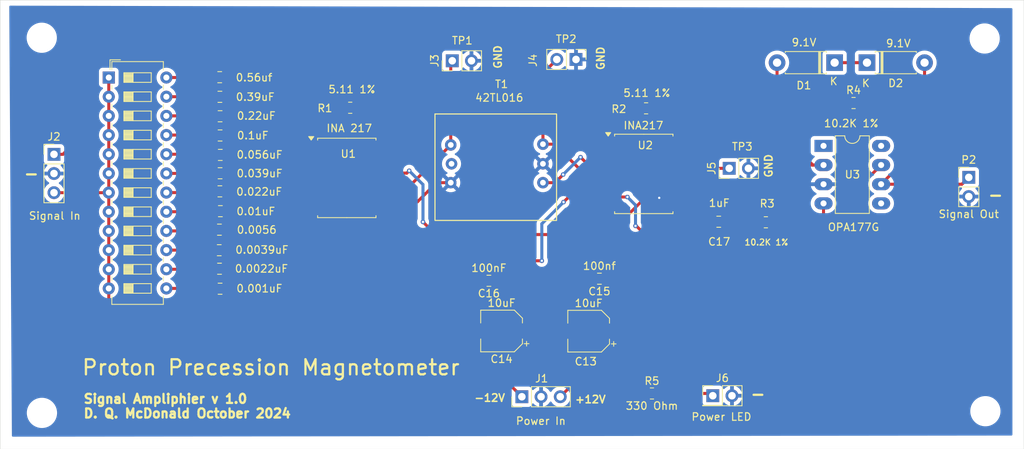
<source format=kicad_pcb>
(kicad_pcb (version 20240108) (generator "pcbnew") (generator_version "8.0")
  (title_block (title "PPM Aplifier") (date "2024-10-17") (rev "1.0") (company "D. Q. McDonald"))
  (layers (0 "F.Cu" signal) (31 "B.Cu" signal) (34 "B.Paste" user) (35 "F.Paste" user) (36 "B.SilkS" user "B.Silkscreen") (37 "F.SilkS" user "F.Silkscreen") (38 "B.Mask" user) (39 "F.Mask" user) (44 "Edge.Cuts" user))
  (net 0 "")
  (net 1 "+12V")
  (net 2 "GND")
  (net 3 "-12V")
  (net 4 "Net-(J2-Pin_1)")
  (net 5 "Net-(C1-Pad1)")
  (net 6 "Net-(C2-Pad1)")
  (net 7 "Net-(C3-Pad1)")
  (net 8 "Net-(C4-Pad1)")
  (net 9 "Net-(C5-Pad1)")
  (net 10 "Net-(C6-Pad1)")
  (net 11 "Net-(C7-Pad1)")
  (net 12 "Net-(C8-Pad1)")
  (net 13 "Net-(C9-Pad1)")
  (net 14 "Net-(C10-Pad1)")
  (net 15 "Net-(C11-Pad1)")
  (net 16 "Net-(C12-Pad1)")
  (net 17 "Net-(J5-Pin_1)")
  (net 18 "Net-(C17-Pad2)")
  (net 19 "Net-(D1-A)")
  (net 20 "Net-(D1-K)")
  (net 21 "Net-(D2-A)")
  (net 22 "Net-(J2-Pin_3)")
  (net 23 "Net-(J3-Pin_1)")
  (net 24 "Net-(J4-Pin_2)")
  (net 25 "Net-(U1-RG1)")
  (net 26 "Net-(U1-RG2)")
  (net 27 "Net-(U2-RG2)")
  (net 28 "Net-(U2-RG1)")
  (net 30 "Net-(T1-6)")
  (net 50 "Net-(J6-Pin_1)")
  (footprint "Diode_THT:D_DO-41_SOD81_P7.62mm_Horizontal" (layer "F.Cu") (at 135.625 27.35 180)
    (property "Reference" "D1" (at 4.075 -3.025 0) (layer "F.SilkS"))
    (property "Value" "9.1V" (at 4.05 2.675 0) (layer "F.SilkS"))
    (fp_text user "K" (at 0.125 -2.475 0) (layer "F.SilkS"))
    (pad "1" thru_hole rect (at 0 0 180) (size 2.2 2.2) (drill 1.1) (layers "*.Cu" "*.Mask") (net 20 "Net-(D1-K)"))
    (pad "2" thru_hole oval (at 7.62 0 180) (size 2.2 2.2) (drill 1.1) (layers "*.Cu" "*.Mask") (net 19 "Net-(D1-A)"))
  )
  (footprint "Button_Switch_THT:SW_DIP_SPSTx12_Slide_6.7x32.04mm_W7.62mm_P2.54mm_LowProfile" (layer "F.Cu") (at 39.57 29.3225)
    (property "Reference" "SW1" (hide yes))
    (property "Value" "SW_DIP_x12" (hide yes))
    (pad "1" thru_hole rect (at 0 0) (size 1.6 1.6) (drill 0.8) (layers "*.Cu" "*.Mask") (net 22 "Net-(J2-Pin_3)"))
    (pad "2" thru_hole oval (at 0 2.54) (size 1.6 1.6) (drill 0.8) (layers "*.Cu" "*.Mask") (net 22 "Net-(J2-Pin_3)"))
    (pad "3" thru_hole oval (at 0 5.08) (size 1.6 1.6) (drill 0.8) (layers "*.Cu" "*.Mask") (net 22 "Net-(J2-Pin_3)"))
    (pad "4" thru_hole oval (at 0 7.62) (size 1.6 1.6) (drill 0.8) (layers "*.Cu" "*.Mask") (net 22 "Net-(J2-Pin_3)"))
    (pad "5" thru_hole oval (at 0 10.16) (size 1.6 1.6) (drill 0.8) (layers "*.Cu" "*.Mask") (net 22 "Net-(J2-Pin_3)"))
    (pad "6" thru_hole oval (at 0 12.7) (size 1.6 1.6) (drill 0.8) (layers "*.Cu" "*.Mask") (net 22 "Net-(J2-Pin_3)"))
    (pad "7" thru_hole oval (at 0 15.24) (size 1.6 1.6) (drill 0.8) (layers "*.Cu" "*.Mask") (net 22 "Net-(J2-Pin_3)"))
    (pad "8" thru_hole oval (at 0 17.78) (size 1.6 1.6) (drill 0.8) (layers "*.Cu" "*.Mask") (net 22 "Net-(J2-Pin_3)"))
    (pad "9" thru_hole oval (at 0 20.32) (size 1.6 1.6) (drill 0.8) (layers "*.Cu" "*.Mask") (net 22 "Net-(J2-Pin_3)"))
    (pad "10" thru_hole oval (at 0 22.86) (size 1.6 1.6) (drill 0.8) (layers "*.Cu" "*.Mask") (net 22 "Net-(J2-Pin_3)"))
    (pad "11" thru_hole oval (at 0 25.4) (size 1.6 1.6) (drill 0.8) (layers "*.Cu" "*.Mask") (net 22 "Net-(J2-Pin_3)"))
    (pad "12" thru_hole oval (at 0 27.94) (size 1.6 1.6) (drill 0.8) (layers "*.Cu" "*.Mask") (net 22 "Net-(J2-Pin_3)"))
    (pad "13" thru_hole oval (at 7.62 27.94) (size 1.6 1.6) (drill 0.8) (layers "*.Cu" "*.Mask") (net 16 "Net-(C12-Pad1)"))
    (pad "14" thru_hole oval (at 7.62 25.4) (size 1.6 1.6) (drill 0.8) (layers "*.Cu" "*.Mask") (net 15 "Net-(C11-Pad1)"))
    (pad "15" thru_hole oval (at 7.62 22.86) (size 1.6 1.6) (drill 0.8) (layers "*.Cu" "*.Mask") (net 14 "Net-(C10-Pad1)"))
    (pad "16" thru_hole oval (at 7.62 20.32) (size 1.6 1.6) (drill 0.8) (layers "*.Cu" "*.Mask") (net 13 "Net-(C9-Pad1)"))
    (pad "17" thru_hole oval (at 7.62 17.78) (size 1.6 1.6) (drill 0.8) (layers "*.Cu" "*.Mask") (net 12 "Net-(C8-Pad1)"))
    (pad "18" thru_hole oval (at 7.62 15.24) (size 1.6 1.6) (drill 0.8) (layers "*.Cu" "*.Mask") (net 11 "Net-(C7-Pad1)"))
    (pad "19" thru_hole oval (at 7.62 12.7) (size 1.6 1.6) (drill 0.8) (layers "*.Cu" "*.Mask") (net 10 "Net-(C6-Pad1)"))
    (pad "20" thru_hole oval (at 7.62 10.16) (size 1.6 1.6) (drill 0.8) (layers "*.Cu" "*.Mask") (net 9 "Net-(C5-Pad1)"))
    (pad "21" thru_hole oval (at 7.62 7.62) (size 1.6 1.6) (drill 0.8) (layers "*.Cu" "*.Mask") (net 8 "Net-(C4-Pad1)"))
    (pad "22" thru_hole oval (at 7.62 5.08) (size 1.6 1.6) (drill 0.8) (layers "*.Cu" "*.Mask") (net 7 "Net-(C3-Pad1)"))
    (pad "23" thru_hole oval (at 7.62 2.54) (size 1.6 1.6) (drill 0.8) (layers "*.Cu" "*.Mask") (net 6 "Net-(C2-Pad1)"))
    (pad "24" thru_hole oval (at 7.62 0) (size 1.6 1.6) (drill 0.8) (layers "*.Cu" "*.Mask") (net 5 "Net-(C1-Pad1)"))
  )
  (footprint "Capacitor_SMD:C_0805_2012Metric_Pad1.18x1.45mm_HandSolder" (layer "F.Cu") (at 54.3 57.3)
    (property "Reference" "C12" (hide yes))
    (property "Value" "0.001uF" (at 5.2 -0.025 0) (layer "F.SilkS"))
    (pad "1" smd roundrect (at -1.0375 0) (size 1.175 1.45) (layers "F.Cu" "F.Paste" "F.Mask") (roundrect_rratio 0.212766) (net 16 "Net-(C12-Pad1)"))
    (pad "2" smd roundrect (at 1.0375 0) (size 1.175 1.45) (layers "F.Cu" "F.Paste" "F.Mask") (roundrect_rratio 0.212766) (net 4 "Net-(J2-Pin_1)"))
  )
  (footprint "Capacitor_SMD:C_0805_2012Metric_Pad1.18x1.45mm_HandSolder" (layer "F.Cu") (at 54.3 37)
    (property "Reference" "C4" (hide yes))
    (property "Value" "0.1uF" (at 4.325 0 0) (layer "F.SilkS"))
    (pad "1" smd roundrect (at -1.0375 0) (size 1.175 1.45) (layers "F.Cu" "F.Paste" "F.Mask") (roundrect_rratio 0.212766) (net 8 "Net-(C4-Pad1)"))
    (pad "2" smd roundrect (at 1.0375 0) (size 1.175 1.45) (layers "F.Cu" "F.Paste" "F.Mask") (roundrect_rratio 0.212766) (net 4 "Net-(J2-Pin_1)"))
  )
  (footprint "Connector_PinHeader_2.54mm:PinHeader_1x03_P2.54mm_Vertical" (layer "F.Cu") (at 32.32 39.4975)
    (property "Reference" "J2" (at 0 -2.33 0) (layer "F.SilkS"))
    (property "Value" "Signal In" (at 0.1 8.15 0) (layer "F.SilkS"))
    (pad "1" thru_hole rect (at 0 0) (size 1.7 1.7) (drill 1) (layers "*.Cu" "*.Mask") (net 4 "Net-(J2-Pin_1)"))
    (pad "2" thru_hole oval (at 0 2.54) (size 1.7 1.7) (drill 1) (layers "*.Cu" "*.Mask") (net 2 "GND"))
    (pad "3" thru_hole oval (at 0 5.08) (size 1.7 1.7) (drill 1) (layers "*.Cu" "*.Mask") (net 22 "Net-(J2-Pin_3)"))
  )
  (footprint "Resistor_SMD:R_0805_2012Metric_Pad1.20x1.40mm_HandSolder" (layer "F.Cu") (at 71.52 33.3225)
    (property "Reference" "R1" (at -3.35 0.075 0) (layer "F.SilkS"))
    (property "Value" "5.11 1%" (at 0.225 -2.425 0) (layer "F.SilkS"))
    (pad "1" smd roundrect (at -1 0) (size 1.2 1.4) (layers "F.Cu" "F.Paste" "F.Mask") (roundrect_rratio 0.208333) (net 25 "Net-(U1-RG1)"))
    (pad "2" smd roundrect (at 1 0) (size 1.2 1.4) (layers "F.Cu" "F.Paste" "F.Mask") (roundrect_rratio 0.208333) (net 26 "Net-(U1-RG2)"))
  )
  (footprint "Capacitor_SMD:C_0805_2012Metric_Pad1.18x1.45mm_HandSolder" (layer "F.Cu") (at 89.8725 56.2475 180)
    (property "Reference" "C16" (at 0 -1.68 0) (layer "F.SilkS"))
    (property "Value" "100nF" (at 0 1.68 0) (layer "F.SilkS"))
    (pad "1" smd roundrect (at -1.0375 0 180) (size 1.175 1.45) (layers "F.Cu" "F.Paste" "F.Mask") (roundrect_rratio 0.212766) (net 2 "GND"))
    (pad "2" smd roundrect (at 1.0375 0 180) (size 1.175 1.45) (layers "F.Cu" "F.Paste" "F.Mask") (roundrect_rratio 0.212766) (net 3 "-12V"))
  )
  (footprint "Capacitor_SMD:C_0805_2012Metric_Pad1.18x1.45mm_HandSolder" (layer "F.Cu") (at 120.2875 48.425)
    (property "Reference" "C17" (at 0.0625 2.65 0) (layer "F.SilkS"))
    (property "Value" "1uF" (at 0.0625 -2.475 0) (layer "F.SilkS"))
    (pad "1" smd roundrect (at -1.0375 0) (size 1.175 1.45) (layers "F.Cu" "F.Paste" "F.Mask") (roundrect_rratio 0.212766) (net 17 "Net-(J5-Pin_1)"))
    (pad "2" smd roundrect (at 1.0375 0) (size 1.175 1.45) (layers "F.Cu" "F.Paste" "F.Mask") (roundrect_rratio 0.212766) (net 18 "Net-(C17-Pad2)"))
  )
  (footprint "Connector_PinHeader_2.54mm:PinHeader_2x01_P2.54mm_Vertical" (layer "F.Cu") (at 119.5 71.475)
    (property "Reference" "J6" (at 1.27 -2.33 0) (layer "F.SilkS"))
    (property "Value" "Power LED" (at 1.15 2.8 0) (layer "F.SilkS"))
    (pad "1" thru_hole rect (at 0 0) (size 1.7 1.7) (drill 1) (layers "*.Cu" "*.Mask") (net 50 "Net-(J6-Pin_1)"))
    (pad "2" thru_hole oval (at 2.54 0) (size 1.7 1.7) (drill 1) (layers "*.Cu" "*.Mask") (net 2 "GND"))
  )
  (footprint "Diode_THT:D_DO-41_SOD81_P7.62mm_Horizontal" (layer "F.Cu") (at 139.905 27.35)
    (property "Reference" "D2" (at 3.8 2.725 0) (layer "F.SilkS"))
    (property "Value" "9.1V" (at 4.15 -2.55 0) (layer "F.SilkS"))
    (fp_text user "K" (at -0.15 2.725 0) (layer "F.SilkS"))
    (pad "1" thru_hole rect (at 0 0) (size 2.2 2.2) (drill 1.1) (layers "*.Cu" "*.Mask") (net 20 "Net-(D1-K)"))
    (pad "2" thru_hole oval (at 7.62 0) (size 2.2 2.2) (drill 1.1) (layers "*.Cu" "*.Mask") (net 21 "Net-(D2-A)"))
  )
  (footprint "MountingHole:MountingHole_3.5mm" (layer "F.Cu") (at 155.475 24.15)
    (property "Reference" "REF**" (hide yes))
    (property "Value" "MountingHole_3.5mm" (hide yes))
    (pad "" np_thru_hole circle (at 0 0) (size 3.5 3.5) (drill 3.5) (layers "F&B.Cu" "*.Mask"))
  )
  (footprint "Capacitor_SMD:C_0805_2012Metric_Pad1.18x1.45mm_HandSolder" (layer "F.Cu") (at 54.3 42)
    (property "Reference" "C6" (hide yes))
    (property "Value" "0.039uF" (at 5.225 0.025 0) (layer "F.SilkS"))
    (pad "1" smd roundrect (at -1.0375 0) (size 1.175 1.45) (layers "F.Cu" "F.Paste" "F.Mask") (roundrect_rratio 0.212766) (net 10 "Net-(C6-Pad1)"))
    (pad "2" smd roundrect (at 1.0375 0) (size 1.175 1.45) (layers "F.Cu" "F.Paste" "F.Mask") (roundrect_rratio 0.212766) (net 4 "Net-(J2-Pin_1)"))
  )
  (footprint "Capacitor_SMD:C_0805_2012Metric_Pad1.18x1.45mm_HandSolder" (layer "F.Cu") (at 54.25 29.275)
    (property "Reference" "C1" (hide yes))
    (property "Value" "0.56uf" (at 4.55 0.05 0) (layer "F.SilkS"))
    (pad "1" smd roundrect (at -1.0375 0) (size 1.175 1.45) (layers "F.Cu" "F.Paste" "F.Mask") (roundrect_rratio 0.212766) (net 5 "Net-(C1-Pad1)"))
    (pad "2" smd roundrect (at 1.0375 0) (size 1.175 1.45) (layers "F.Cu" "F.Paste" "F.Mask") (roundrect_rratio 0.212766) (net 4 "Net-(J2-Pin_1)"))
  )
  (footprint "Capacitor_SMD:C_0805_2012Metric_Pad1.18x1.45mm_HandSolder" (layer "F.Cu") (at 54.275 44.4)
    (property "Reference" "C7" (hide yes))
    (property "Value" "0.022uF" (at 5.2 0.05 0) (layer "F.SilkS"))
    (pad "1" smd roundrect (at -1.0375 0) (size 1.175 1.45) (layers "F.Cu" "F.Paste" "F.Mask") (roundrect_rratio 0.212766) (net 11 "Net-(C7-Pad1)"))
    (pad "2" smd roundrect (at 1.0375 0) (size 1.175 1.45) (layers "F.Cu" "F.Paste" "F.Mask") (roundrect_rratio 0.212766) (net 4 "Net-(J2-Pin_1)"))
  )
  (footprint "Capacitor_SMD:C_0805_2012Metric_Pad1.18x1.45mm_HandSolder" (layer "F.Cu") (at 54.2125 49.475)
    (property "Reference" "C9" (hide yes))
    (property "Value" "0.0056" (at 4.9375 0.025 0) (layer "F.SilkS"))
    (pad "1" smd roundrect (at -1.0375 0) (size 1.175 1.45) (layers "F.Cu" "F.Paste" "F.Mask") (roundrect_rratio 0.212766) (net 13 "Net-(C9-Pad1)"))
    (pad "2" smd roundrect (at 1.0375 0) (size 1.175 1.45) (layers "F.Cu" "F.Paste" "F.Mask") (roundrect_rratio 0.212766) (net 4 "Net-(J2-Pin_1)"))
  )
  (footprint "Capacitor_SMD:C_0805_2012Metric_Pad1.18x1.45mm_HandSolder" (layer "F.Cu") (at 54.325 39.575)
    (property "Reference" "C5" (hide yes))
    (property "Value" "0.056uF" (at 5.2 -0.025 0) (layer "F.SilkS"))
    (pad "1" smd roundrect (at -1.0375 0) (size 1.175 1.45) (layers "F.Cu" "F.Paste" "F.Mask") (roundrect_rratio 0.212766) (net 9 "Net-(C5-Pad1)"))
    (pad "2" smd roundrect (at 1.0375 0) (size 1.175 1.45) (layers "F.Cu" "F.Paste" "F.Mask") (roundrect_rratio 0.212766) (net 4 "Net-(J2-Pin_1)"))
  )
  (footprint "Capacitor_SMD:CP_Elec_5x3" (layer "F.Cu") (at 103.0725 62.9225 180)
    (property "Reference" "C13" (at 0.375 -4.025 0) (layer "F.SilkS"))
    (property "Value" "10uF" (at 0 3.7 0) (layer "F.SilkS"))
    (pad "1" smd roundrect (at -2.2 0 180) (size 3 1.6) (layers "F.Cu" "F.Paste" "F.Mask") (roundrect_rratio 0.15625) (net 1 "+12V"))
    (pad "2" smd roundrect (at 2.2 0 180) (size 3 1.6) (layers "F.Cu" "F.Paste" "F.Mask") (roundrect_rratio 0.15625) (net 2 "GND"))
  )
  (footprint "DQM_kicad_new:Transformer_42TL016" (layer "F.Cu") (at 84.825 38.25)
    (property "Reference" "T1" (at 6.725 -8.05 0) (layer "F.SilkS"))
    (property "Value" "42TL016" (at 6.425 -6.25 0) (layer "F.SilkS"))
    (pad "1" thru_hole circle (at 0 0) (size 1.524 1.524) (drill 0.762) (layers "*.Cu" "*.Mask") (net 23 "Net-(J3-Pin_1)"))
    (pad "2" thru_hole circle (at 0.1 2.5) (size 1.524 1.524) (drill 0.762) (layers "*.Cu" "*.Mask"))
    (pad "3" thru_hole circle (at 0 5) (size 1.524 1.524) (drill 0.762) (layers "*.Cu" "*.Mask") (net 2 "GND"))
    (pad "4" thru_hole circle (at 12.2 5) (size 1.524 1.524) (drill 0.762) (layers "*.Cu" "*.Mask") (net 30 "Net-(T1-6)"))
    (pad "5" thru_hole circle (at 12.2 2.5) (size 1.524 1.524) (drill 0.762) (layers "*.Cu" "*.Mask") (net 2 "GND"))
    (pad "6" thru_hole circle (at 12.2 -0.1) (size 1.524 1.524) (drill 0.762) (layers "*.Cu" "*.Mask") (net 24 "Net-(J4-Pin_2)"))
  )
  (footprint "Resistor_SMD:R_0805_2012Metric_Pad1.20x1.40mm_HandSolder" (layer "F.Cu") (at 111.45 71.175)
    (property "Reference" "R5" (at 0 -1.65 0) (layer "F.SilkS"))
    (property "Value" "330 Ohm" (at 0 1.65 0) (layer "F.SilkS"))
    (pad "1" smd roundrect (at -1 0) (size 1.2 1.4) (layers "F.Cu" "F.Paste" "F.Mask") (roundrect_rratio 0.208333) (net 1 "+12V"))
    (pad "2" smd roundrect (at 1 0) (size 1.2 1.4) (layers "F.Cu" "F.Paste" "F.Mask") (roundrect_rratio 0.208333) (net 50 "Net-(J6-Pin_1)"))
  )
  (footprint "Capacitor_SMD:C_0805_2012Metric_Pad1.18x1.45mm_HandSolder" (layer "F.Cu") (at 54.1875 52.2)
    (property "Reference" "C10" (hide yes))
    (property "Value" "0.0039uF" (at 5.65 -0.05 0) (layer "F.SilkS"))
    (pad "1" smd roundrect (at -1.0375 0) (size 1.175 1.45) (layers "F.Cu" "F.Paste" "F.Mask") (roundrect_rratio 0.212766) (net 14 "Net-(C10-Pad1)"))
    (pad "2" smd roundrect (at 1.0375 0) (size 1.175 1.45) (layers "F.Cu" "F.Paste" "F.Mask") (roundrect_rratio 0.212766) (net 4 "Net-(J2-Pin_1)"))
  )
  (footprint "Capacitor_SMD:CP_Elec_5x3" (layer "F.Cu") (at 91.5475 62.8975 180)
    (property "Reference" "C14" (at 0 -3.725 0) (layer "F.SilkS"))
    (property "Value" "10uF" (at 0 3.7 0) (layer "F.SilkS"))
    (pad "1" smd roundrect (at -2.2 0 180) (size 3 1.6) (layers "F.Cu" "F.Paste" "F.Mask") (roundrect_rratio 0.15625) (net 2 "GND"))
    (pad "2" smd roundrect (at 2.2 0 180) (size 3 1.6) (layers "F.Cu" "F.Paste" "F.Mask") (roundrect_rratio 0.15625) (net 3 "-12V"))
  )
  (footprint "MountingHole:MountingHole_3.5mm" (layer "F.Cu") (at 30.725 73.75)
    (property "Reference" "REF**" (hide yes))
    (property "Value" "MountingHole_3.5mm" (hide yes))
    (pad "" np_thru_hole circle (at 0 0) (size 3.5 3.5) (drill 3.5) (layers "F&B.Cu" "*.Mask"))
  )
  (footprint "Package_DIP:DIP-8_W7.62mm_LongPads" (layer "F.Cu") (at 134.155 38.375)
    (property "Reference" "U3" (at 3.825 3.8 0) (layer "F.SilkS"))
    (property "Value" "OPA177G" (at 3.97 10.775 0) (layer "F.SilkS"))
    (pad "1" thru_hole rect (at 0 0) (size 2.4 1.6) (drill 0.8) (layers "*.Cu" "*.Mask"))
    (pad "2" thru_hole oval (at 0 2.54) (size 2.4 1.6) (drill 0.8) (layers "*.Cu" "*.Mask") (net 19 "Net-(D1-A)"))
    (pad "3" thru_hole oval (at 0 5.08) (size 2.4 1.6) (drill 0.8) (layers "*.Cu" "*.Mask") (net 2 "GND"))
    (pad "4" thru_hole oval (at 0 7.62) (size 2.4 1.6) (drill 0.8) (layers "*.Cu" "*.Mask") (net 3 "-12V"))
    (pad "5" thru_hole oval (at 7.62 7.62) (size 2.4 1.6) (drill 0.8) (layers "*.Cu" "*.Mask"))
    (pad "6" thru_hole oval (at 7.62 5.08) (size 2.4 1.6) (drill 0.8) (layers "*.Cu" "*.Mask") (net 21 "Net-(D2-A)"))
    (pad "7" thru_hole oval (at 7.62 2.54) (size 2.4 1.6) (drill 0.8) (layers "*.Cu" "*.Mask") (net 1 "+12V"))
    (pad "8" thru_hole oval (at 7.62 0) (size 2.4 1.6) (drill 0.8) (layers "*.Cu" "*.Mask"))
  )
  (footprint "Capacitor_SMD:C_0805_2012Metric_Pad1.18x1.45mm_HandSolder" (layer "F.Cu") (at 54.225 54.65)
    (property "Reference" "C11" (hide yes))
    (property "Value" "0.0022uF" (at 5.55 0 0) (layer "F.SilkS"))
    (pad "1" smd roundrect (at -1.0375 0) (size 1.175 1.45) (layers "F.Cu" "F.Paste" "F.Mask") (roundrect_rratio 0.212766) (net 15 "Net-(C11-Pad1)"))
    (pad "2" smd roundrect (at 1.0375 0) (size 1.175 1.45) (layers "F.Cu" "F.Paste" "F.Mask") (roundrect_rratio 0.212766) (net 4 "Net-(J2-Pin_1)"))
  )
  (footprint "Package_SO:SOIC-16W_7.5x10.3mm_P1.27mm" (layer "F.Cu") (at 71.07 42.6175)
    (property "Reference" "U1" (at 0.2 -3.18 0) (layer "F.SilkS"))
    (property "Value" "~")
    (fp_text user "INA 217" (at 0.325 -6.57 0) (layer "F.SilkS"))
    (pad "1" smd roundrect (at -4.65 -4.445) (size 2.05 0.6) (layers "F.Cu" "F.Paste" "F.Mask"))
    (pad "2" smd roundrect (at -4.65 -3.175) (size 2.05 0.6) (layers "F.Cu" "F.Paste" "F.Mask") (net 25 "Net-(U1-RG1)"))
    (pad "3" smd roundrect (at -4.65 -1.905) (size 2.05 0.6) (layers "F.Cu" "F.Paste" "F.Mask"))
    (pad "4" smd roundrect (at -4.65 -0.635) (size 2.05 0.6) (layers "F.Cu" "F.Paste" "F.Mask") (net 4 "Net-(J2-Pin_1)"))
    (pad "5" smd roundrect (at -4.65 0.635) (size 2.05 0.6) (layers "F.Cu" "F.Paste" "F.Mask") (net 22 "Net-(J2-Pin_3)"))
    (pad "6" smd roundrect (at -4.65 1.905) (size 2.05 0.6) (layers "F.Cu" "F.Paste" "F.Mask"))
    (pad "7" smd roundrect (at -4.65 3.175) (size 2.05 0.6) (layers "F.Cu" "F.Paste" "F.Mask") (net 3 "-12V"))
    (pad "8" smd roundrect (at -4.65 4.445) (size 2.05 0.6) (layers "F.Cu" "F.Paste" "F.Mask"))
    (pad "9" smd roundrect (at 4.65 4.445) (size 2.05 0.6) (layers "F.Cu" "F.Paste" "F.Mask"))
    (pad "10" smd roundrect (at 4.65 3.175) (size 2.05 0.6) (layers "F.Cu" "F.Paste" "F.Mask") (net 2 "GND"))
    (pad "11" smd roundrect (at 4.65 1.905) (size 2.05 0.6) (layers "F.Cu" "F.Paste" "F.Mask") (net 23 "Net-(J3-Pin_1)"))
    (pad "12" smd roundrect (at 4.65 0.635) (size 2.05 0.6) (layers "F.Cu" "F.Paste" "F.Mask"))
    (pad "13" smd roundrect (at 4.65 -0.635) (size 2.05 0.6) (layers "F.Cu" "F.Paste" "F.Mask") (net 1 "+12V"))
    (pad "14" smd roundrect (at 4.65 -1.905) (size 2.05 0.6) (layers "F.Cu" "F.Paste" "F.Mask"))
    (pad "15" smd roundrect (at 4.65 -3.175) (size 2.05 0.6) (layers "F.Cu" "F.Paste" "F.Mask") (net 26 "Net-(U1-RG2)"))
    (pad "16" smd roundrect (at 4.65 -4.445) (size 2.05 0.6) (layers "F.Cu" "F.Paste" "F.Mask"))
  )
  (footprint "MountingHole:MountingHole_3.5mm" (layer "F.Cu") (at 30.7 24.05)
    (property "Reference" "REF**" (hide yes))
    (property "Value" "MountingHole_3.5mm" (hide yes))
    (pad "" np_thru_hole circle (at 0 0) (size 3.5 3.5) (drill 3.5) (layers "F&B.Cu" "*.Mask"))
  )
  (footprint "Connector_PinHeader_2.54mm:PinHeader_1x02_P2.54mm_Vertical" (layer "F.Cu") (at 101.4 26.925 -90)
    (property "Reference" "J4" (at 0.125 5.7 90) (layer "F.SilkS"))
    (property "Value" "TP2" (at -2.7 1.3 0) (layer "F.SilkS"))
    (pad "1" thru_hole rect (at 0 0 270) (size 1.7 1.7) (drill 1) (layers "*.Cu" "*.Mask") (net 2 "GND"))
    (pad "2" thru_hole oval (at 0 2.54 270) (size 1.7 1.7) (drill 1) (layers "*.Cu" "*.Mask") (net 24 "Net-(J4-Pin_2)"))
  )
  (footprint "Connector_PinHeader_2.54mm:PinHeader_1x02_P2.54mm_Vertical" (layer "F.Cu") (at 121.675 41.35 90)
    (property "Reference" "J5" (at 0 -2.33 90) (layer "F.SilkS"))
    (property "Value" "TP3" (at 2.875 1.725 180) (layer "F.SilkS"))
    (pad "1" thru_hole rect (at 0 0 90) (size 1.7 1.7) (drill 1) (layers "*.Cu" "*.Mask") (net 17 "Net-(J5-Pin_1)"))
    (pad "2" thru_hole oval (at 0 2.54 90) (size 1.7 1.7) (drill 1) (layers "*.Cu" "*.Mask") (net 2 "GND"))
  )
  (footprint "Connector_PinHeader_2.54mm:PinHeader_1x03_P2.54mm_Vertical" (layer "F.Cu") (at 94.235 71.61 90)
    (property "Reference" "J1" (at 2.41 2.615 180) (layer "F.SilkS"))
    (property "Value" "Power In" (at -3.215 2.515 180) (layer "F.SilkS"))
    (pad "1" thru_hole rect (at 0 0 90) (size 1.7 1.7) (drill 1) (layers "*.Cu" "*.Mask") (net 3 "-12V"))
    (pad "2" thru_hole oval (at 0 2.54 90) (size 1.7 1.7) (drill 1) (layers "*.Cu" "*.Mask") (net 2 "GND"))
    (pad "3" thru_hole oval (at 0 5.08 90) (size 1.7 1.7) (drill 1) (layers "*.Cu" "*.Mask") (net 1 "+12V"))
  )
  (footprint "Connector_PinHeader_2.54mm:PinHeader_1x02_P2.54mm_Vertical" (layer "F.Cu") (at 85.025 27.1 90)
    (property "Reference" "J3" (at 0 -2.33 90) (layer "F.SilkS"))
    (property "Value" "TP1" (at 2.675 1.325 180) (layer "F.SilkS"))
    (pad "1" thru_hole rect (at 0 0 90) (size 1.7 1.7) (drill 1) (layers "*.Cu" "*.Mask") (net 23 "Net-(J3-Pin_1)"))
    (pad "2" thru_hole oval (at 0 2.54 90) (size 1.7 1.7) (drill 1) (layers "*.Cu" "*.Mask") (net 2 "GND"))
  )
  (footprint "Capacitor_SMD:C_0805_2012Metric_Pad1.18x1.45mm_HandSolder" (layer "F.Cu") (at 104.4975 55.9725 180)
    (property "Reference" "C15" (at 0 -1.68 0) (layer "F.SilkS"))
    (property "Value" "100nf" (at 0 1.68 0) (layer "F.SilkS"))
    (pad "1" smd roundrect (at -1.0375 0 180) (size 1.175 1.45) (layers "F.Cu" "F.Paste" "F.Mask") (roundrect_rratio 0.212766) (net 1 "+12V"))
    (pad "2" smd roundrect (at 1.0375 0 180) (size 1.175 1.45) (layers "F.Cu" "F.Paste" "F.Mask") (roundrect_rratio 0.212766) (net 2 "GND"))
  )
  (footprint "Resistor_SMD:R_0805_2012Metric_Pad1.20x1.40mm_HandSolder" (layer "F.Cu") (at 110.675 33.4)
    (property "Reference" "R2" (at -3.6 0.1 0) (layer "F.SilkS"))
    (property "Value" "5.11 1%" (at 0.1 -2.025 0) (layer "F.SilkS"))
    (pad "1" smd roundrect (at -1 0) (size 1.2 1.4) (layers "F.Cu" "F.Paste" "F.Mask") (roundrect_rratio 0.208333) (net 28 "Net-(U2-RG1)"))
    (pad "2" smd roundrect (at 1 0) (size 1.2 1.4) (layers "F.Cu" "F.Paste" "F.Mask") (roundrect_rratio 0.208333) (net 27 "Net-(U2-RG2)"))
  )
  (footprint "Capacitor_SMD:C_0805_2012Metric_Pad1.18x1.45mm_HandSolder" (layer "F.Cu") (at 54.3 34.45)
    (property "Reference" "C3" (hide yes))
    (property "Value" "0.22uF" (at 4.7875 -0.05 0) (layer "F.SilkS"))
    (pad "1" smd roundrect (at -1.0375 0) (size 1.175 1.45) (layers "F.Cu" "F.Paste" "F.Mask") (roundrect_rratio 0.212766) (net 7 "Net-(C3-Pad1)"))
    (pad "2" smd roundrect (at 1.0375 0) (size 1.175 1.45) (layers "F.Cu" "F.Paste" "F.Mask") (roundrect_rratio 0.212766) (net 4 "Net-(J2-Pin_1)"))
  )
  (footprint "Resistor_SMD:R_0805_2012Metric_Pad1.20x1.40mm_HandSolder" (layer "F.Cu") (at 126.525 48.5)
    (property "Reference" "R3" (at 0.175 -2.475 0) (layer "F.SilkS"))
    (property "Value" "10.2K 1%" (at 0.075 2.65 0) (layer "F.SilkS") (effects (font (size 0.8 0.8))))
    (pad "1" smd roundrect (at -1 0) (size 1.2 1.4) (layers "F.Cu" "F.Paste" "F.Mask") (roundrect_rratio 0.208333) (net 18 "Net-(C17-Pad2)"))
    (pad "2" smd roundrect (at 1 0) (size 1.2 1.4) (layers "F.Cu" "F.Paste" "F.Mask") (roundrect_rratio 0.208333) (net 19 "Net-(D1-A)"))
  )
  (footprint "Package_SO:SOIC-16W_7.5x10.3mm_P1.27mm" (layer "F.Cu") (at 110.37 42.0875)
    (property "Reference" "U2" (at 0.2 -3.79 0) (layer "F.SilkS"))
    (property "Value" "~")
    (fp_text user "INA217" (at -0.045 -6.4125 0) (layer "F.SilkS"))
    (pad "1" smd roundrect (at -4.65 -4.445) (size 2.05 0.6) (layers "F.Cu" "F.Paste" "F.Mask"))
    (pad "2" smd roundrect (at -4.65 -3.175) (size 2.05 0.6) (layers "F.Cu" "F.Paste" "F.Mask") (net 28 "Net-(U2-RG1)"))
    (pad "3" smd roundrect (at -4.65 -1.905) (size 2.05 0.6) (layers "F.Cu" "F.Paste" "F.Mask"))
    (pad "4" smd roundrect (at -4.65 -0.635) (size 2.05 0.6) (layers "F.Cu" "F.Paste" "F.Mask") (net 30 "Net-(T1-6)"))
    (pad "5" smd roundrect (at -4.65 0.635) (size 2.05 0.6) (layers "F.Cu" "F.Paste" "F.Mask") (net 24 "Net-(J4-Pin_2)"))
    (pad "6" smd roundrect (at -4.65 1.905) (size 2.05 0.6) (layers "F.Cu" "F.Paste" "F.Mask"))
    (pad "7" smd roundrect (at -4.65 3.175) (size 2.05 0.6) (layers "F.Cu" "F.Paste" "F.Mask") (net 3 "-12V"))
    (pad "8" smd roundrect (at -4.65 4.445) (size 2.05 0.6) (layers "F.Cu" "F.Paste" "F.Mask"))
    (pad "9" smd roundrect (at 4.65 4.445) (size 2.05 0.6) (layers "F.Cu" "F.Paste" "F.Mask"))
    (pad "10" smd roundrect (at 4.65 3.175) (size 2.05 0.6) (layers "F.Cu" "F.Paste" "F.Mask") (net 2 "GND"))
    (pad "11" smd roundrect (at 4.65 1.905) (size 2.05 0.6) (layers "F.Cu" "F.Paste" "F.Mask") (net 17 "Net-(J5-Pin_1)"))
    (pad "12" smd roundrect (at 4.65 0.635) (size 2.05 0.6) (layers "F.Cu" "F.Paste" "F.Mask"))
    (pad "13" smd roundrect (at 4.65 -0.635) (size 2.05 0.6) (layers "F.Cu" "F.Paste" "F.Mask") (net 1 "+12V"))
    (pad "14" smd roundrect (at 4.65 -1.905) (size 2.05 0.6) (layers "F.Cu" "F.Paste" "F.Mask"))
    (pad "15" smd roundrect (at 4.65 -3.175) (size 2.05 0.6) (layers "F.Cu" "F.Paste" "F.Mask") (net 27 "Net-(U2-RG2)"))
    (pad "16" smd roundrect (at 4.65 -4.445) (size 2.05 0.6) (layers "F.Cu" "F.Paste" "F.Mask"))
  )
  (footprint "Capacitor_SMD:C_0805_2012Metric_Pad1.18x1.45mm_HandSolder" (layer "F.Cu") (at 54.275 31.875)
    (property "Reference" "C2" (hide yes))
    (property "Value" "0.39uF" (at 4.675 0.025 0) (layer "F.SilkS"))
    (pad "1" smd roundrect (at -1.0375 0) (size 1.175 1.45) (layers "F.Cu" "F.Paste" "F.Mask") (roundrect_rratio 0.212766) (net 6 "Net-(C2-Pad1)"))
    (pad "2" smd roundrect (at 1.0375 0) (size 1.175 1.45) (layers "F.Cu" "F.Paste" "F.Mask") (roundrect_rratio 0.212766) (net 4 "Net-(J2-Pin_1)"))
  )
  (footprint "Resistor_SMD:R_0805_2012Metric_Pad1.20x1.40mm_HandSolder" (layer "F.Cu") (at 138.13 32.7)
    (property "Reference" "R4" (at 0 -1.7 0) (layer "F.SilkS"))
    (property "Value" "10.2K 1%" (at -0.305 2.7 0) (layer "F.SilkS"))
    (pad "1" smd roundrect (at -1 0) (size 1.2 1.4) (layers "F.Cu" "F.Paste" "F.Mask") (roundrect_rratio 0.208333) (net 19 "Net-(D1-A)"))
    (pad "2" smd roundrect (at 1 0) (size 1.2 1.4) (layers "F.Cu" "F.Paste" "F.Mask") (roundrect_rratio 0.208333) (net 21 "Net-(D2-A)"))
  )
  (footprint "Capacitor_SMD:C_0805_2012Metric_Pad1.18x1.45mm_HandSolder" (layer "F.Cu") (at 54.3375 47.025)
    (property "Reference" "C8" (hide yes))
    (property "Value" "0.01uF" (at 4.6875 0.025 0) (layer "F.SilkS"))
    (pad "1" smd roundrect (at -1.0375 0) (size 1.175 1.45) (layers "F.Cu" "F.Paste" "F.Mask") (roundrect_rratio 0.212766) (net 12 "Net-(C8-Pad1)"))
    (pad "2" smd roundrect (at 1.0375 0) (size 1.175 1.45) (layers "F.Cu" "F.Paste" "F.Mask") (roundrect_rratio 0.212766) (net 4 "Net-(J2-Pin_1)"))
  )
  (footprint "Connector_PinHeader_2.54mm:PinHeader_1x02_P2.54mm_Vertical" (layer "F.Cu") (at 153.375 42.55)
    (property "Reference" "P2" (at 0 -2.33 0) (layer "F.SilkS"))
    (property "Value" "Signal Out" (at 0 4.87 0) (layer "F.SilkS"))
    (pad "1" thru_hole rect (at 0 0) (size 1.7 1.7) (drill 1) (layers "*.Cu" "*.Mask") (net 21 "Net-(D2-A)"))
    (pad "2" thru_hole oval (at 0 2.54) (size 1.7 1.7) (drill 1) (layers "*.Cu" "*.Mask") (net 2 "GND"))
  )
  (footprint "MountingHole:MountingHole_3.5mm" (layer "F.Cu") (at 155.575 73.525)
    (property "Reference" "REF**" (hide yes))
    (property "Value" "MountingHole_3.5mm" (hide yes))
    (pad "" np_thru_hole circle (at 0 0) (size 3.5 3.5) (drill 3.5) (layers "F&B.Cu" "*.Mask"))
  )
  (gr_line (start 114.3 41.5) (end 114.95 41.325) (stroke (width 0.2)) (layer "F.Cu") (net 1))
  (gr_rect (start 25.2 19.075) (end 160.675 78.55) (stroke (width 0.05)) (fill none) (layer "Edge.Cuts"))
  (gr_text "Proton Precession Magnetometer" (at 35.875 68.9 0) (layer "F.SilkS") (effects (font (size 2 2) (thickness 0.3) (bold yes)) (justify left bottom)))
  (gr_text "-" (at 155.8 45.75 0) (layer "F.SilkS") (effects (font (size 1.5 1.5) (thickness 0.3) (bold yes)) (justify left bottom)))
  (gr_text "GND" (at 91.65 28.25 90) (layer "F.SilkS") (effects (font (size 1 1) (thickness 0.2) (bold yes)) (justify left bottom)))
  (gr_text "GND" (at 127.475 42.675 90) (layer "F.SilkS") (effects (font (size 1 1) (thickness 0.2) (bold yes)) (justify left bottom)))
  (gr_text "+12V" (at 101.175 72.55 0) (layer "F.SilkS") (effects (font (size 1 1) (thickness 0.2) (bold yes)) (justify left bottom)))
  (gr_text "-12V" (at 87.85 72.35 0) (layer "F.SilkS") (effects (font (size 1 1) (thickness 0.2) (bold yes)) (justify left bottom)))
  (gr_text "-" (at 124.35 72.125 0) (layer "F.SilkS") (effects (font (size 1.5 1.5) (thickness 0.3) (bold yes)) (justify left bottom)))
  (gr_text "-" (at 28.2 42.925 0) (layer "F.SilkS") (effects (font (size 1.5 1.5) (thickness 0.3) (bold yes)) (justify left bottom)))
  (gr_text "Signal Ampliphier v 1.0\nD. Q. McDonald October 2024" (at 36.1 74.525 0) (layer "F.SilkS") (effects (font (size 1.2 1.2) (thickness 0.3) (bold yes)) (justify left bottom)))
  (gr_text "GND" (at 105.25 28.425 90) (layer "F.SilkS") (effects (font (size 1 1) (thickness 0.2) (bold yes)) (justify left bottom)))
  (segment (start 134.6 55.375) (end 138.625 51.35) (width 0.4) (layer "F.Cu") (net 1))
  (segment (start 99.88125 50.31875) (end 105.475356 50.31875) (width 0.4) (layer "F.Cu") (net 1))
  (segment (start 103.1025 65.0925) (end 105.2725 62.9225) (width 0.4) (layer "F.Cu") (net 1))
  (segment (start 82.625 50.125) (end 82.625 49.925) (width 0.4) (layer "F.Cu") (net 1))
  (segment (start 114.294106 41.5) (end 105.475356 50.31875) (width 0.4) (layer "F.Cu") (net 1))
  (segment (start 105.2725 56.235) (end 105.535 55.9725) (width 0.4) (layer "F.Cu") (net 1))
  (segment (start 103.1025 67.8225) (end 103.1025 67.475) (width 0.4) (layer "F.Cu") (net 1))
  (segment (start 105.535 55.9725) (end 101.3375 51.775) (width 0.4) (layer "F.Cu") (net 1))
  (segment (start 79.0175 41.9825) (end 79.325 41.675) (width 0.4) (layer "F.Cu") (net 1))
  (segment (start 105.475356 50.31875) (end 110.531606 55.375) (width 0.4) (layer "F.Cu") (net 1))
  (segment (start 138.625 44.065) (end 141.775 40.915) (width 0.4) (layer "F.Cu") (net 1))
  (segment (start 110.531606 55.375) (end 134.6 55.375) (width 0.4) (layer "F.Cu") (net 1))
  (segment (start 114.3 41.5) (end 114.294106 41.5) (width 0.4) (layer "F.Cu") (net 1))
  (segment (start 99.6875 50.125) (end 82.625 50.125) (width 0.4) (layer "F.Cu") (net 1))
  (segment (start 82.625 49.925) (end 81.15 48.45) (width 0.4) (layer "F.Cu") (net 1))
  (segment (start 110.45 71.175) (end 106.8025 71.175) (width 0.4) (layer "F.Cu") (net 1))
  (segment (start 103.1025 67.475) (end 103.1025 65.0925) (width 0.4) (layer "F.Cu") (net 1))
  (segment (start 99.315 71.61) (end 103.1025 67.8225) (width 0.4) (layer "F.Cu") (net 1))
  (segment (start 106.8025 71.175) (end 103.1025 67.475) (width 0.4) (layer "F.Cu") (net 1))
  (segment (start 101.3375 51.775) (end 99.88125 50.31875) (width 0.4) (layer "F.Cu") (net 1))
  (segment (start 99.88125 50.31875) (end 99.6875 50.125) (width 0.4) (layer "F.Cu") (net 1))
  (segment (start 105.2725 62.9225) (end 105.2725 56.235) (width 0.4) (layer "F.Cu") (net 1))
  (segment (start 75.72 41.9825) (end 79.0175 41.9825) (width 0.4) (layer "F.Cu") (net 1))
  (segment (start 138.625 51.35) (end 138.625 44.065) (width 0.4) (layer "F.Cu") (net 1))
  (via (at 79.325 41.675) (size 0.6) (drill 0.3) (layers "F.Cu" "B.Cu") (net 1))
  (via (at 81.15 48.45) (size 0.6) (drill 0.3) (layers "F.Cu" "B.Cu") (net 1))
  (segment (start 81.15 48.45) (end 81.15 43.5) (width 0.4) (layer "B.Cu") (net 1))
  (segment (start 81.15 43.5) (end 79.325 41.675) (width 0.4) (layer "B.Cu") (net 1))
  (segment (start 93.7475 62.8975) (end 100.8475 62.8975) (width 0.4) (layer "F.Cu") (net 2))
  (segment (start 82.95 43.25) (end 80.4075 45.7925) (width 0.4) (layer "F.Cu") (net 2))
  (segment (start 90.91 60.06) (end 90.91 56.2475) (width 0.4) (layer "F.Cu") (net 2))
  (segment (start 96.775 65.925) (end 93.7475 62.8975) (width 0.4) (layer "F.Cu") (net 2))
  (segment (start 100.8725 62.9225) (end 103.46 60.335) (width 0.4) (layer "F.Cu") (net 2))
  (segment (start 100.8475 62.8975) (end 100.8725 62.9225) (width 0.4) (layer "F.Cu") (net 2))
  (segment (start 80.4075 45.7925) (end 75.72 45.7925) (width 0.4) (layer "F.Cu") (net 2))
  (segment (start 103.46 60.335) (end 103.46 55.9725) (width 0.4) (layer "F.Cu") (net 2))
  (segment (start 115.02 45.2625) (end 112.4125 45.2625) (width 0.4) (layer "F.Cu") (net 2))
  (segment (start 93.7475 62.8975) (end 90.91 60.06) (width 0.4) (layer "F.Cu") (net 2))
  (segment (start 84.825 43.25) (end 82.95 43.25) (width 0.4) (layer "F.Cu") (net 2))
  (segment (start 96.775 71.61) (end 96.775 65.925) (width 0.4) (layer "F.Cu") (net 2))
  (via (at 112.4125 45.2625) (size 0.6) (drill 0.3) (layers "F.Cu" "B.Cu") (net 2))
  (segment (start 134.155 45.995) (end 134.155 50.895) (width 0.4) (layer "F.Cu") (net 3))
  (segment (start 69.575 47.922501) (end 67.444999 45.7925) (width 0.4) (layer "F.Cu") (net 3))
  (segment (start 91.4825 53.6) (end 96.875 53.6) (width 0.4) (layer "F.Cu") (net 3))
  (segment (start 131.625 53.425) (end 113.825 53.425) (width 0.4) (layer "F.Cu") (net 3))
  (segment (start 113.825 53.425) (end 109.375 48.975) (width 0.4) (layer "F.Cu") (net 3))
  (segment (start 75.8975 56.2475) (end 69.575 49.925) (width 0.4) (layer "F.Cu") (net 3))
  (segment (start 89.3475 62.8975) (end 89.3475 56.76) (width 0.4) (layer "F.Cu") (net 3))
  (segment (start 69.575 49.925) (end 69.575 47.922501) (width 0.4) (layer "F.Cu") (net 3))
  (segment (start 105.8325 45.15) (end 105.72 45.2625) (width 0.4) (layer "F.Cu") (net 3))
  (segment (start 108.2 45.15) (end 105.8325 45.15) (width 0.4) (layer "F.Cu") (net 3))
  (segment (start 90.3225 67.6975) (end 90.3225 63.8725) (width 0.4) (layer "F.Cu") (net 3))
  (segment (start 88.835 56.2475) (end 91.4825 53.6) (width 0.4) (layer "F.Cu") (net 3))
  (segment (start 88.835 56.2475) (end 75.8975 56.2475) (width 0.4) (layer "F.Cu") (net 3))
  (segment (start 94.235 71.61) (end 90.3225 67.6975) (width 0.4) (layer "F.Cu") (net 3))
  (segment (start 99.75 45.825) (end 100.3125 45.2625) (width 0.4) (layer "F.Cu") (net 3))
  (segment (start 100.3125 45.2625) (end 105.72 45.2625) (width 0.4) (layer "F.Cu") (net 3))
  (segment (start 90.3225 63.8725) (end 89.3475 62.8975) (width 0.4) (layer "F.Cu") (net 3))
  (segment (start 134.155 50.895) (end 131.625 53.425) (width 0.4) (layer "F.Cu") (net 3))
  (segment (start 109.375 48.975) (end 109.275 48.975) (width 0.4) (layer "F.Cu") (net 3))
  (segment (start 67.444999 45.7925) (end 66.42 45.7925) (width 0.4) (layer "F.Cu") (net 3))
  (segment (start 89.3475 56.76) (end 88.835 56.2475) (width 0.4) (layer "F.Cu") (net 3))
  (via (at 109.275 48.975) (size 0.6) (drill 0.3) (layers "F.Cu" "B.Cu") (net 3))
  (via (at 108.2 45.15) (size 0.6) (drill 0.3) (layers "F.Cu" "B.Cu") (net 3))
  (via (at 96.875 53.6) (size 0.6) (drill 0.3) (layers "F.Cu" "B.Cu") (net 3))
  (via (at 99.75 45.825) (size 0.6) (drill 0.3) (layers "F.Cu" "B.Cu") (net 3))
  (segment (start 96.875 48.7) (end 99.75 45.825) (width 0.4) (layer "B.Cu") (net 3))
  (segment (start 96.875 53.6) (end 96.875 48.7) (width 0.4) (layer "B.Cu") (net 3))
  (segment (start 109.275 46.225) (end 108.2 45.15) (width 0.4) (layer "B.Cu") (net 3))
  (segment (start 109.275 48.975) (end 109.275 46.225) (width 0.4) (layer "B.Cu") (net 3))
  (segment (start 55.3125 44.4) (end 55.3125 46.9625) (width 0.4) (layer "F.Cu") (net 4))
  (segment (start 55.3 34.1) (end 55.2875 34.0875) (width 0.2) (layer "F.Cu") (net 4))
  (segment (start 33.495 39.4975) (end 35.445 37.5475) (width 0.4) (layer "F.Cu") (net 4))
  (segment (start 55.3 36.9375) (end 55.2625 36.975) (width 0.2) (layer "F.Cu") (net 4))
  (segment (start 51.435 25.4225) (end 55.2875 29.275) (width 0.4) (layer "F.Cu") (net 4))
  (segment (start 55.225 54.6125) (end 55.2625 54.65) (width 0.4) (layer "F.Cu") (net 4))
  (segment (start 55.2625 54.65) (end 55.2625 57.225) (width 0.4) (layer "F.Cu") (net 4))
  (segment (start 55.2875 29.275) (end 55.2875 31.6) (width 0.4) (layer "F.Cu") (net 4))
  (segment (start 55.3125 31.875) (end 55.3125 34.2625) (width 0.4) (layer "F.Cu") (net 4))
  (segment (start 55.25 49.475) (end 55.25 52.1625) (width 0.4) (layer "F.Cu") (net 4))
  (segment (start 55.3375 52.25) (end 55.3375 52.3625) (width 0.2) (layer "F.Cu") (net 4))
  (segment (start 55.3625 39.575) (end 55.3625 41.975) (width 0.4) (layer "F.Cu") (net 4))
  (segment (start 55.25 52.1625) (end 55.3375 52.25) (width 0.4) (layer "F.Cu") (net 4))
  (segment (start 55.225 52.2) (end 55.225 54.6125) (width 0.4) (layer "F.Cu") (net 4))
  (segment (start 55.2625 39.475) (end 55.3125 39.525) (width 0.2) (layer "F.Cu") (net 4))
  (segment (start 55.375 49.35) (end 55.25 49.475) (width 0.4) (layer "F.Cu") (net 4))
  (segment (start 66.4025 42) (end 66.42 41.9825) (width 0.4) (layer "F.Cu") (net 4))
  (segment (start 35.445 37.5475) (end 35.445 27.2975) (width 0.4) (layer "F.Cu") (net 4))
  (segment (start 55.3 34.275) (end 55.3 34.35) (width 0.2) (layer "F.Cu") (net 4))
  (segment (start 55.3125 37.025) (end 55.2625 36.975) (width 0.2) (layer "F.Cu") (net 4))
  (segment (start 37.32 25.4225) (end 51.435 25.4225) (width 0.4) (layer "F.Cu") (net 4))
  (segment (start 55.375 47.025) (end 55.375 49.35) (width 0.4) (layer "F.Cu") (net 4))
  (segment (start 55.3375 34.45) (end 55.3375 36.9) (width 0.4) (layer "F.Cu") (net 4))
  (segment (start 55.3375 42) (end 55.3375 44.375) (width 0.4) (layer "F.Cu") (net 4))
  (segment (start 55.3625 41.975) (end 55.3375 42) (width 0.4) (layer "F.Cu") (net 4))
  (segment (start 55.3125 46.9625) (end 55.375 47.025) (width 0.4) (layer "F.Cu") (net 4))
  (segment (start 55.3125 34.2625) (end 55.3 34.275) (width 0.4) (layer "F.Cu") (net 4))
  (segment (start 55.2625 57.225) (end 55.3375 57.3) (width 0.4) (layer "F.Cu") (net 4))
  (segment (start 55.2625 34.3125) (end 55.3 34.275) (width 0.2) (layer "F.Cu") (net 4))
  (segment (start 55.3375 44.375) (end 55.3125 44.4) (width 0.4) (layer "F.Cu") (net 4))
  (segment (start 66.3775 42.025) (end 66.42 41.9825) (width 0.2) (layer "F.Cu") (net 4))
  (segment (start 55.2875 31.7875) (end 55.3 31.8) (width 0.2) (layer "F.Cu") (net 4))
  (segment (start 55.3375 42) (end 66.4025 42) (width 0.4) (layer "F.Cu") (net 4))
  (segment (start 32.32 39.4975) (end 33.495 39.4975) (width 0.4) (layer "F.Cu") (net 4))
  (segment (start 55.3375 52.3625) (end 55.4125 52.4375) (width 0.2) (layer "F.Cu") (net 4))
  (segment (start 55.3375 37) (end 55.3375 39.5) (width 0.4) (layer "F.Cu") (net 4))
  (segment (start 35.445 27.2975) (end 37.32 25.4225) (width 0.4) (layer "F.Cu") (net 4))
  (segment (start 55.3 34.275) (end 55.3 34.1) (width 0.2) (layer "F.Cu") (net 4))
  (segment (start 47.19 29.3225) (end 53.165 29.3225) (width 0.4) (layer "F.Cu") (net 5))
  (segment (start 53.165 29.3225) (end 53.2125 29.275) (width 0.4) (layer "F.Cu") (net 5))
  (segment (start 52.95 31.8625) (end 53.2125 31.6) (width 0.4) (layer "F.Cu") (net 6))
  (segment (start 47.19 31.8625) (end 52.95 31.8625) (width 0.4) (layer "F.Cu") (net 6))
  (segment (start 47.19 34.4025) (end 53.0975 34.4025) (width 0.4) (layer "F.Cu") (net 7))
  (segment (start 53.0975 34.4025) (end 53.225 34.275) (width 0.4) (layer "F.Cu") (net 7))
  (segment (start 53.155 36.9425) (end 53.1875 36.975) (width 0.4) (layer "F.Cu") (net 8))
  (segment (start 47.19 36.9425) (end 53.155 36.9425) (width 0.4) (layer "F.Cu") (net 8))
  (segment (start 53.1075 36.895) (end 53.1875 36.975) (width 0.4) (layer "F.Cu") (net 8))
  (segment (start 53.1475 39.435) (end 53.2375 39.525) (width 0.4) (layer "F.Cu") (net 9))
  (segment (start 47.19 39.4825) (end 53.195 39.4825) (width 0.4) (layer "F.Cu") (net 9))
  (segment (start 53.195 39.4825) (end 53.2375 39.525) (width 0.4) (layer "F.Cu") (net 9))
  (segment (start 53.21 42.0225) (end 53.2125 42.025) (width 0.4) (layer "F.Cu") (net 10))
  (segment (start 53.1625 41.975) (end 53.2125 42.025) (width 0.4) (layer "F.Cu") (net 10))
  (segment (start 47.19 42.0225) (end 53.21 42.0225) (width 0.4) (layer "F.Cu") (net 10))
  (segment (start 53.225 44.5625) (end 53.2375 44.575) (width 0.4) (layer "F.Cu") (net 11))
  (segment (start 47.19 44.5625) (end 53.225 44.5625) (width 0.4) (layer "F.Cu") (net 11))
  (segment (start 53.1775 44.515) (end 53.2375 44.575) (width 0.4) (layer "F.Cu") (net 11))
  (segment (start 53.2025 47.1025) (end 53.225 47.125) (width 0.4) (layer "F.Cu") (net 12))
  (segment (start 47.19 47.1025) (end 53.2025 47.1025) (width 0.4) (layer "F.Cu") (net 12))
  (segment (start 53.155 47.055) (end 53.225 47.125) (width 0.2) (layer "F.Cu") (net 12))
  (segment (start 53.0575 49.595) (end 53.2125 49.75) (width 0.4) (layer "F.Cu") (net 13))
  (segment (start 47.19 49.6425) (end 53.105 49.6425) (width 0.4) (layer "F.Cu") (net 13))
  (segment (start 53.105 49.6425) (end 53.2125 49.75) (width 0.4) (layer "F.Cu") (net 13))
  (segment (start 47.19 52.1825) (end 53.195 52.1825) (width 0.4) (layer "F.Cu") (net 14))
  (segment (start 53.195 52.1825) (end 53.2625 52.25) (width 0.4) (layer "F.Cu") (net 14))
  (segment (start 53.1475 52.135) (end 53.2625 52.25) (width 0.4) (layer "F.Cu") (net 14))
  (segment (start 53.26 54.7225) (end 53.3375 54.8) (width 0.4) (layer "F.Cu") (net 15))
  (segment (start 53.2125 54.675) (end 53.3375 54.8) (width 0.4) (layer "F.Cu") (net 15))
  (segment (start 47.19 54.7225) (end 53.26 54.7225) (width 0.4) (layer "F.Cu") (net 15))
  (segment (start 53.025 57.2625) (end 53.2125 57.45) (width 0.4) (layer "F.Cu") (net 16))
  (segment (start 52.9775 57.215) (end 53.2125 57.45) (width 0.4) (layer "F.Cu") (net 16))
  (segment (start 47.19 57.2625) (end 53.025 57.2625) (width 0.4) (layer "F.Cu") (net 16))
  (segment (start 120.3175 41.35) (end 121.675 41.35) (width 0.4) (layer "F.Cu") (net 17))
  (segment (start 117.675 43.9925) (end 115.02 43.9925) (width 0.4) (layer "F.Cu") (net 17))
  (segment (start 117.675 43.9925) (end 119.25 45.5675) (width 0.4) (layer "F.Cu") (net 17))
  (segment (start 117.675 43.9925) (end 120.3175 41.35) (width 0.4) (layer "F.Cu") (net 17))
  (segment (start 119.25 45.5675) (end 119.25 48.425) (width 0.4) (layer "F.Cu") (net 17))
  (segment (start 125.45 48.425) (end 125.525 48.5) (width 0.4) (layer "F.Cu") (net 18))
  (segment (start 121.325 48.425) (end 125.45 48.425) (width 0.4) (layer "F.Cu") (net 18))
  (segment (start 131.86 40.915) (end 132.75 40.915) (width 0.4) (layer "F.Cu") (net 19))
  (segment (start 133.05 32.7) (end 132.8875 32.8625) (width 0.4) (layer "F.Cu") (net 19))
  (segment (start 130.75 35) (end 130.75 38.915) (width 0.4) (layer "F.Cu") (net 19))
  (segment (start 132.75 40.915) (end 134.155 40.915) (width 0.4) (layer "F.Cu") (net 19))
  (segment (start 132.8875 32.8625) (end 130.75 35) (width 0.4) (layer "F.Cu") (net 19))
  (segment (start 127.525 48.5) (end 127.525 45.25) (width 0.4) (layer "F.Cu") (net 19))
  (segment (start 137.515 32.65) (end 133.435 32.65) (width 0.4) (layer "F.Cu") (net 19))
  (segment (start 127.525 45.25) (end 131.86 40.915) (width 0.4) (layer "F.Cu") (net 19))
  (segment (start 128.005 32.255) (end 128.005 27.35) (width 0.4) (layer "F.Cu") (net 19))
  (segment (start 130.75 35) (end 128.005 32.255) (width 0.4) (layer "F.Cu") (net 19))
  (segment (start 130.75 38.915) (end 132.75 40.915) (width 0.4) (layer "F.Cu") (net 19))
  (segment (start 135.625 27.35) (end 139.905 27.35) (width 0.4) (layer "F.Cu") (net 20))
  (segment (start 139.755 27.5) (end 139.905 27.35) (width 0.4) (layer "F.Cu") (net 20))
  (segment (start 141.775 43.455) (end 152.47 43.455) (width 0.4) (layer "F.Cu") (net 21))
  (segment (start 147.525 32.575) (end 147.525 27.35) (width 0.4) (layer "F.Cu") (net 21))
  (segment (start 145.175 34.925) (end 145.175 40.055) (width 0.4) (layer "F.Cu") (net 21))
  (segment (start 145.175 40.055) (end 141.775 43.455) (width 0.4) (layer "F.Cu") (net 21))
  (segment (start 142.95 32.7) (end 145.175 34.925) (width 0.4) (layer "F.Cu") (net 21))
  (segment (start 152.47 43.455) (end 153.375 42.55) (width 0.4) (layer "F.Cu") (net 21))
  (segment (start 145.175 34.925) (end 147.525 32.575) (width 0.4) (layer "F.Cu") (net 21))
  (segment (start 139.13 32.7) (end 142.95 32.7) (width 0.4) (layer "F.Cu") (net 21))
  (segment (start 39.57 44.5625) (end 39.57 47.1025) (width 0.4) (layer "F.Cu") (net 22))
  (segment (start 39.57 31.8625) (end 39.57 34.4025) (width 0.4) (layer "F.Cu") (net 22))
  (segment (start 60.15 45.9275) (end 62.825 43.2525) (width 0.4) (layer "F.Cu") (net 22))
  (segment (start 39.57 42.0225) (end 39.57 44.5625) (width 0.4) (layer "F.Cu") (net 22))
  (segment (start 39.57 34.4025) (end 39.57 36.9425) (width 0.4) (layer "F.Cu") (net 22))
  (segment (start 39.57 54.7225) (end 39.57 57.2625) (width 0.4) (layer "F.Cu") (net 22))
  (segment (start 39.57 39.4825) (end 39.57 42.0225) (width 0.4) (layer "F.Cu") (net 22))
  (segment (start 62.825 43.2525) (end 66.42 43.2525) (width 0.4) (layer "F.Cu") (net 22))
  (segment (start 39.57 52.1825) (end 39.57 54.7225) (width 0.4) (layer "F.Cu") (net 22))
  (segment (start 39.57 49.6425) (end 39.57 52.1825) (width 0.4) (layer "F.Cu") (net 22))
  (segment (start 39.57 47.1025) (end 39.57 49.6425) (width 0.4) (layer "F.Cu") (net 22))
  (segment (start 40.67 60.2475) (end 54.995 60.2475) (width 0.4) (layer "F.Cu") (net 22))
  (segment (start 54.995 60.2475) (end 60.15 55.0925) (width 0.4) (layer "F.Cu") (net 22))
  (segment (start 60.15 55.0925) (end 60.15 45.9275) (width 0.4) (layer "F.Cu") (net 22))
  (segment (start 39.57 59.1475) (end 40.67 60.2475) (width 0.4) (layer "F.Cu") (net 22))
  (segment (start 39.57 29.3225) (end 39.57 31.8625) (width 0.4) (layer "F.Cu") (net 22))
  (segment (start 39.555 44.5775) (end 39.57 44.5625) (width 0.4) (layer "F.Cu") (net 22))
  (segment (start 32.32 44.5775) (end 39.555 44.5775) (width 0.4) (layer "F.Cu") (net 22))
  (segment (start 39.57 36.9425) (end 39.57 39.4825) (width 0.4) (layer "F.Cu") (net 22))
  (segment (start 39.57 57.2625) (end 39.57 59.1475) (width 0.4) (layer "F.Cu") (net 22))
  (segment (start 84.825 27.3) (end 85.025 27.1) (width 0.4) (layer "F.Cu") (net 23))
  (segment (start 84.825 38.25) (end 84.825 27.3) (width 0.4) (layer "F.Cu") (net 23))
  (segment (start 84.825 38.25) (end 78.5525 44.5225) (width 0.4) (layer "F.Cu") (net 23))
  (segment (start 78.5525 44.5225) (end 75.72 44.5225) (width 0.4) (layer "F.Cu") (net 23))
  (segment (start 97.025 38.15) (end 98.575 38.15) (width 0.4) (layer "F.Cu") (net 24))
  (segment (start 97.025 38.15) (end 97.025 28.76) (width 0.4) (layer "F.Cu") (net 24))
  (segment (start 103.1475 42.7225) (end 105.72 42.7225) (width 0.4) (layer "F.Cu") (net 24))
  (segment (start 97.025 28.76) (end 98.86 26.925) (width 0.4) (layer "F.Cu") (net 24))
  (segment (start 98.575 38.15) (end 103.1475 42.7225) (width 0.4) (layer "F.Cu") (net 24))
  (segment (start 63.87 37.917499) (end 63.87 35.6725) (width 0.4) (layer "F.Cu") (net 25))
  (segment (start 66.42 39.4425) (end 65.395001 39.4425) (width 0.4) (layer "F.Cu") (net 25))
  (segment (start 63.87 35.6725) (end 66.22 33.3225) (width 0.4) (layer "F.Cu") (net 25))
  (segment (start 65.395001 39.4425) (end 63.87 37.917499) (width 0.4) (layer "F.Cu") (net 25))
  (segment (start 66.22 33.3225) (end 70.52 33.3225) (width 0.4) (layer "F.Cu") (net 25))
  (segment (start 72.52 33.3225) (end 76.945 33.3225) (width 0.4) (layer "F.Cu") (net 26))
  (segment (start 79.47 37.9725) (end 78 39.4425) (width 0.4) (layer "F.Cu") (net 26))
  (segment (start 78 39.4425) (end 75.72 39.4425) (width 0.4) (layer "F.Cu") (net 26))
  (segment (start 79.47 35.8475) (end 79.47 37.9725) (width 0.4) (layer "F.Cu") (net 26))
  (segment (start 76.945 33.3225) (end 79.47 35.8475) (width 0.4) (layer "F.Cu") (net 26))
  (segment (start 111.675 33.4) (end 116.05 33.4) (width 0.4) (layer "F.Cu") (net 27))
  (segment (start 117.85 35.2) (end 117.85 37.975) (width 0.4) (layer "F.Cu") (net 27))
  (segment (start 116.05 33.4) (end 117.85 35.2) (width 0.4) (layer "F.Cu") (net 27))
  (segment (start 117.85 37.975) (end 116.9125 38.9125) (width 0.4) (layer "F.Cu") (net 27))
  (segment (start 116.9125 38.9125) (end 115.02 38.9125) (width 0.4) (layer "F.Cu") (net 27))
  (segment (start 104.6 33.4) (end 109.675 33.4) (width 0.4) (layer "F.Cu") (net 28))
  (segment (start 102.6 35.4) (end 104.6 33.4) (width 0.4) (layer "F.Cu") (net 28))
  (segment (start 103.4375 38.9125) (end 102.6 38.075) (width 0.4) (layer "F.Cu") (net 28))
  (segment (start 102.6 38.075) (end 102.6 35.4) (width 0.4) (layer "F.Cu") (net 28))
  (segment (start 105.72 38.9125) (end 103.4375 38.9125) (width 0.4) (layer "F.Cu") (net 28))
  (segment (start 103.5775 41.4525) (end 105.72 41.4525) (width 0.4) (layer "F.Cu") (net 30))
  (segment (start 98.625 43.25) (end 99.7 42.175) (width 0.4) (layer "F.Cu") (net 30))
  (segment (start 102 39.875) (end 103.5775 41.4525) (width 0.4) (layer "F.Cu") (net 30))
  (segment (start 97.025 43.25) (end 98.625 43.25) (width 0.4) (layer "F.Cu") (net 30))
  (via (at 102 39.875) (size 0.6) (drill 0.3) (layers "F.Cu" "B.Cu") (net 30))
  (via (at 99.7 42.175) (size 0.6) (drill 0.3) (layers "F.Cu" "B.Cu") (net 30))
  (segment (start 99.7 42.175) (end 102 39.875) (width 0.4) (layer "B.Cu") (net 30))
  (segment (start 112.45 71.175) (end 119.2 71.175) (width 0.4) (layer "F.Cu") (net 50))
  (segment (start 119.2 71.175) (end 119.5 71.475) (width 0.4) (layer "F.Cu") (net 50))
  (zone (net 2) (net_name "GND") (layer "B.Cu") (connect_pads (clearance 0.5)) (min_thickness 0.25) (fill yes (thermal_gap 0.5) (thermal_bridge_width 0.5))
    (polygon (pts (xy 26.45 19.8) (xy 159.15 20.125) (xy 159.15 76.75) (xy 26.75 76.9) (xy 26.4 19.8) (xy 26.475 19.75)))
  )
)
</source>
